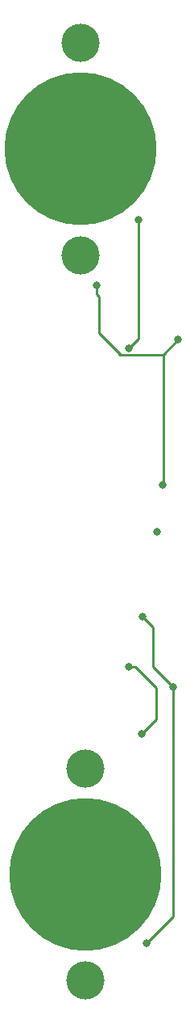
<source format=gbr>
%TF.GenerationSoftware,KiCad,Pcbnew,5.1.6+dfsg1-1*%
%TF.CreationDate,2020-08-19T02:21:13+02:00*%
%TF.ProjectId,midi_breakout,6d696469-5f62-4726-9561-6b6f75742e6b,rev?*%
%TF.SameCoordinates,Original*%
%TF.FileFunction,Copper,L2,Bot*%
%TF.FilePolarity,Positive*%
%FSLAX46Y46*%
G04 Gerber Fmt 4.6, Leading zero omitted, Abs format (unit mm)*
G04 Created by KiCad (PCBNEW 5.1.6+dfsg1-1) date 2020-08-19 02:21:13*
%MOMM*%
%LPD*%
G01*
G04 APERTURE LIST*
%TA.AperFunction,WasherPad*%
%ADD10C,4.000000*%
%TD*%
%TA.AperFunction,WasherPad*%
%ADD11C,16.000000*%
%TD*%
%TA.AperFunction,ViaPad*%
%ADD12C,0.800000*%
%TD*%
%TA.AperFunction,Conductor*%
%ADD13C,0.250000*%
%TD*%
G04 APERTURE END LIST*
D10*
%TO.P,IN,*%
%TO.N,*%
X25000000Y-52600000D03*
X25000000Y-30400000D03*
D11*
X25000000Y-41500000D03*
%TD*%
D10*
%TO.P,OUT,*%
%TO.N,*%
X25500000Y-128600000D03*
X25500000Y-106400000D03*
D11*
X25500000Y-117500000D03*
%TD*%
D12*
%TO.N,Midi_in_-*%
X35267900Y-61473080D03*
X33657540Y-76713080D03*
X26710640Y-55753000D03*
%TO.N,Net-(D1-Pad6)*%
X31056580Y-48897540D03*
X30065980Y-62338120D03*
%TO.N,Midi_out_-*%
X33027620Y-81577180D03*
X30093920Y-95763080D03*
X31455360Y-102725220D03*
%TO.N,Midi_out_+*%
X34744660Y-97858580D03*
X31958280Y-124714000D03*
X31556960Y-90487500D03*
%TD*%
D13*
%TO.N,Midi_in_-*%
X26936700Y-60773162D02*
X27429460Y-61265922D01*
X26936700Y-56921400D02*
X26936700Y-60773162D01*
X27429460Y-61265922D02*
X29226658Y-63063120D01*
X33677860Y-63063120D02*
X35267900Y-61473080D01*
X29226658Y-63063120D02*
X33677860Y-63063120D01*
X29226658Y-63063120D02*
X29088080Y-63063120D01*
X33677860Y-76692760D02*
X33657540Y-76713080D01*
X33677860Y-63063120D02*
X33677860Y-76692760D01*
X26710640Y-56695340D02*
X26936700Y-56921400D01*
X26710640Y-55753000D02*
X26710640Y-56695340D01*
%TO.N,Net-(D1-Pad6)*%
X31056580Y-48897540D02*
X31056580Y-57111900D01*
X31056580Y-61347520D02*
X31056580Y-57111900D01*
X30065980Y-62338120D02*
X31056580Y-61347520D01*
%TO.N,Midi_out_-*%
X30093920Y-95763080D02*
X30789880Y-95763080D01*
X30789880Y-95763080D02*
X32946340Y-97919540D01*
X32946340Y-101234240D02*
X31455360Y-102725220D01*
X32946340Y-97919540D02*
X32946340Y-101234240D01*
%TO.N,Midi_out_+*%
X34744660Y-121927620D02*
X31958280Y-124714000D01*
X34744660Y-97858580D02*
X34744660Y-121927620D01*
X34744660Y-97858580D02*
X32656780Y-95770700D01*
X32656780Y-91587320D02*
X31556960Y-90487500D01*
X32656780Y-95770700D02*
X32656780Y-91587320D01*
%TD*%
M02*

</source>
